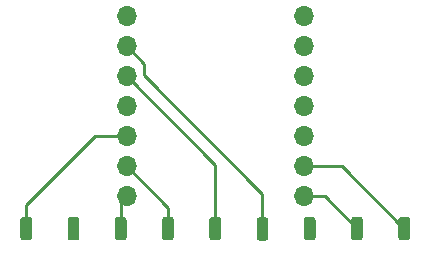
<source format=gtl>
%TF.GenerationSoftware,KiCad,Pcbnew,(5.1.9)-1*%
%TF.CreationDate,2021-08-22T22:08:54+09:00*%
%TF.ProjectId,negcon_converter,6e656763-6f6e-45f6-936f-6e7665727465,rev?*%
%TF.SameCoordinates,Original*%
%TF.FileFunction,Copper,L1,Top*%
%TF.FilePolarity,Positive*%
%FSLAX46Y46*%
G04 Gerber Fmt 4.6, Leading zero omitted, Abs format (unit mm)*
G04 Created by KiCad (PCBNEW (5.1.9)-1) date 2021-08-22 22:08:54*
%MOMM*%
%LPD*%
G01*
G04 APERTURE LIST*
%TA.AperFunction,ComponentPad*%
%ADD10O,1.700000X1.700000*%
%TD*%
%TA.AperFunction,Conductor*%
%ADD11C,0.250000*%
%TD*%
G04 APERTURE END LIST*
D10*
%TO.P,REF\u002A\u002A,7*%
%TO.N,N/C*%
X117500000Y-106240000D03*
%TO.P,REF\u002A\u002A,6*%
X117500000Y-103700000D03*
%TO.P,REF\u002A\u002A,5*%
X117500000Y-101160000D03*
%TO.P,REF\u002A\u002A,4*%
X117500000Y-98620000D03*
%TO.P,REF\u002A\u002A,3*%
X117500000Y-96080000D03*
%TO.P,REF\u002A\u002A,2*%
X117500000Y-93540000D03*
%TO.P,REF\u002A\u002A,1*%
X117500000Y-91000000D03*
%TD*%
%TO.P,REF\u002A\u002A,8*%
%TO.N,N/C*%
X102500000Y-106240000D03*
%TO.P,REF\u002A\u002A,9*%
X102500000Y-103700000D03*
%TO.P,REF\u002A\u002A,10*%
X102500000Y-101160000D03*
%TO.P,REF\u002A\u002A,11*%
X102500000Y-98620000D03*
%TO.P,REF\u002A\u002A,12*%
X102500000Y-96080000D03*
%TO.P,REF\u002A\u002A,13*%
X102500000Y-93540000D03*
%TO.P,REF\u002A\u002A,14*%
X102500000Y-91000000D03*
%TD*%
%TO.P,DAT,9*%
%TO.N,N/C*%
%TA.AperFunction,SMDPad,CuDef*%
G36*
G01*
X125500000Y-109714631D02*
X125500000Y-108214631D01*
G75*
G02*
X125750000Y-107964631I250000J0D01*
G01*
X126250000Y-107964631D01*
G75*
G02*
X126500000Y-108214631I0J-250000D01*
G01*
X126500000Y-109714631D01*
G75*
G02*
X126250000Y-109964631I-250000J0D01*
G01*
X125750000Y-109964631D01*
G75*
G02*
X125500000Y-109714631I0J250000D01*
G01*
G37*
%TD.AperFunction*%
%TD*%
%TO.P,CMD,8*%
%TO.N,N/C*%
%TA.AperFunction,SMDPad,CuDef*%
G36*
G01*
X121500000Y-109714631D02*
X121500000Y-108214631D01*
G75*
G02*
X121750000Y-107964631I250000J0D01*
G01*
X122250000Y-107964631D01*
G75*
G02*
X122500000Y-108214631I0J-250000D01*
G01*
X122500000Y-109714631D01*
G75*
G02*
X122250000Y-109964631I-250000J0D01*
G01*
X121750000Y-109964631D01*
G75*
G02*
X121500000Y-109714631I0J250000D01*
G01*
G37*
%TD.AperFunction*%
%TD*%
%TO.P,+7.6V,7*%
%TO.N,N/C*%
%TA.AperFunction,SMDPad,CuDef*%
G36*
G01*
X117500000Y-109714631D02*
X117500000Y-108214631D01*
G75*
G02*
X117750000Y-107964631I250000J0D01*
G01*
X118250000Y-107964631D01*
G75*
G02*
X118500000Y-108214631I0J-250000D01*
G01*
X118500000Y-109714631D01*
G75*
G02*
X118250000Y-109964631I-250000J0D01*
G01*
X117750000Y-109964631D01*
G75*
G02*
X117500000Y-109714631I0J250000D01*
G01*
G37*
%TD.AperFunction*%
%TD*%
%TO.P,GND,6*%
%TO.N,N/C*%
%TA.AperFunction,SMDPad,CuDef*%
G36*
G01*
X113500000Y-109750000D02*
X113500000Y-108250000D01*
G75*
G02*
X113750000Y-108000000I250000J0D01*
G01*
X114250000Y-108000000D01*
G75*
G02*
X114500000Y-108250000I0J-250000D01*
G01*
X114500000Y-109750000D01*
G75*
G02*
X114250000Y-110000000I-250000J0D01*
G01*
X113750000Y-110000000D01*
G75*
G02*
X113500000Y-109750000I0J250000D01*
G01*
G37*
%TD.AperFunction*%
%TD*%
%TO.P,VCC,5*%
%TO.N,N/C*%
%TA.AperFunction,SMDPad,CuDef*%
G36*
G01*
X109500000Y-109714631D02*
X109500000Y-108214631D01*
G75*
G02*
X109750000Y-107964631I250000J0D01*
G01*
X110250000Y-107964631D01*
G75*
G02*
X110500000Y-108214631I0J-250000D01*
G01*
X110500000Y-109714631D01*
G75*
G02*
X110250000Y-109964631I-250000J0D01*
G01*
X109750000Y-109964631D01*
G75*
G02*
X109500000Y-109714631I0J250000D01*
G01*
G37*
%TD.AperFunction*%
%TD*%
%TO.P,ATT,4*%
%TO.N,N/C*%
%TA.AperFunction,SMDPad,CuDef*%
G36*
G01*
X105500000Y-109714631D02*
X105500000Y-108214631D01*
G75*
G02*
X105750000Y-107964631I250000J0D01*
G01*
X106250000Y-107964631D01*
G75*
G02*
X106500000Y-108214631I0J-250000D01*
G01*
X106500000Y-109714631D01*
G75*
G02*
X106250000Y-109964631I-250000J0D01*
G01*
X105750000Y-109964631D01*
G75*
G02*
X105500000Y-109714631I0J250000D01*
G01*
G37*
%TD.AperFunction*%
%TD*%
%TO.P,CLK,3*%
%TO.N,N/C*%
%TA.AperFunction,SMDPad,CuDef*%
G36*
G01*
X101500000Y-109714631D02*
X101500000Y-108214631D01*
G75*
G02*
X101750000Y-107964631I250000J0D01*
G01*
X102250000Y-107964631D01*
G75*
G02*
X102500000Y-108214631I0J-250000D01*
G01*
X102500000Y-109714631D01*
G75*
G02*
X102250000Y-109964631I-250000J0D01*
G01*
X101750000Y-109964631D01*
G75*
G02*
X101500000Y-109714631I0J250000D01*
G01*
G37*
%TD.AperFunction*%
%TD*%
%TO.P,NC,2*%
%TO.N,N/C*%
%TA.AperFunction,SMDPad,CuDef*%
G36*
G01*
X97500000Y-109714631D02*
X97500000Y-108214631D01*
G75*
G02*
X97750000Y-107964631I250000J0D01*
G01*
X98250000Y-107964631D01*
G75*
G02*
X98500000Y-108214631I0J-250000D01*
G01*
X98500000Y-109714631D01*
G75*
G02*
X98250000Y-109964631I-250000J0D01*
G01*
X97750000Y-109964631D01*
G75*
G02*
X97500000Y-109714631I0J250000D01*
G01*
G37*
%TD.AperFunction*%
%TD*%
%TO.P,ACK,1*%
%TO.N,N/C*%
%TA.AperFunction,SMDPad,CuDef*%
G36*
G01*
X93500000Y-109714631D02*
X93500000Y-108214631D01*
G75*
G02*
X93750000Y-107964631I250000J0D01*
G01*
X94250000Y-107964631D01*
G75*
G02*
X94500000Y-108214631I0J-250000D01*
G01*
X94500000Y-109714631D01*
G75*
G02*
X94250000Y-109964631I-250000J0D01*
G01*
X93750000Y-109964631D01*
G75*
G02*
X93500000Y-109714631I0J250000D01*
G01*
G37*
%TD.AperFunction*%
%TD*%
D11*
%TO.N,*%
X110000000Y-103580000D02*
X102500000Y-96080000D01*
X110000000Y-108964631D02*
X110000000Y-103580000D01*
X102500000Y-93540000D02*
X103960000Y-95000000D01*
X103960000Y-95000000D02*
X103960000Y-95960000D01*
X114000000Y-106000000D02*
X114000000Y-109000000D01*
X103960000Y-95960000D02*
X114000000Y-106000000D01*
X102500000Y-101160000D02*
X103160000Y-101160000D01*
X119275369Y-106240000D02*
X122000000Y-108964631D01*
X117500000Y-106240000D02*
X119275369Y-106240000D01*
X120735369Y-103700000D02*
X126000000Y-108964631D01*
X117500000Y-103700000D02*
X120735369Y-103700000D01*
X102000000Y-106740000D02*
X102500000Y-106240000D01*
X102000000Y-108964631D02*
X102000000Y-106740000D01*
X106000000Y-107200000D02*
X102500000Y-103700000D01*
X106000000Y-108964631D02*
X106000000Y-107200000D01*
X94000000Y-108964631D02*
X94000000Y-107000000D01*
X102500000Y-101160000D02*
X99840000Y-101160000D01*
X99840000Y-101160000D02*
X94000000Y-107000000D01*
%TD*%
M02*

</source>
